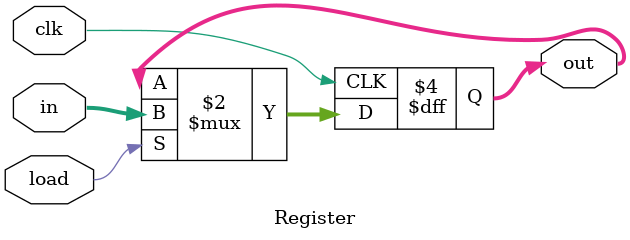
<source format=v>
/**
 * 16-bit register:
 * If load[t] == 1 then out[t+1] = in[t]
 * else out does not change
 */

`default_nettype none

module Register(
	input clk,
	input [15:0] in,
	input load,
	output reg [15:0] out
);

	always @(posedge clk) begin
		if (load)
			out <= in;
	end

endmodule

</source>
